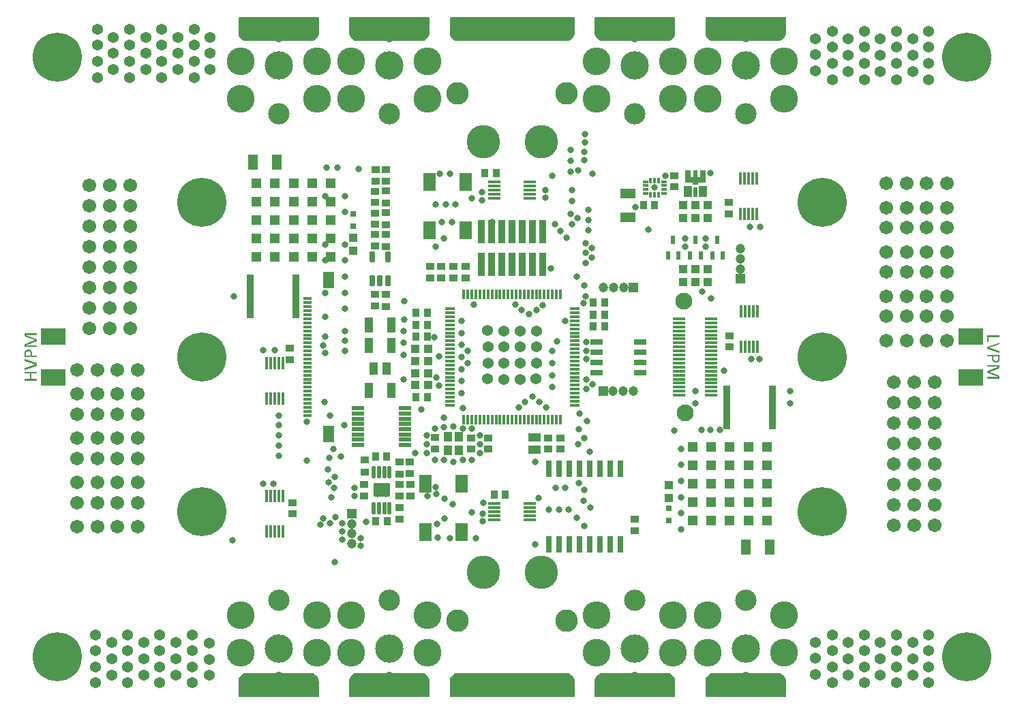
<source format=gts>
G04*
G04 #@! TF.GenerationSoftware,Altium Limited,Altium Designer,21.3.1 (25)*
G04*
G04 Layer_Color=8388736*
%FSLAX25Y25*%
%MOIN*%
G70*
G04*
G04 #@! TF.SameCoordinates,B8EFB4BC-30DA-42F7-88CE-EC59C6869F36*
G04*
G04*
G04 #@! TF.FilePolarity,Negative*
G04*
G01*
G75*
%ADD49R,0.05512X0.08268*%
%ADD54R,0.01181X0.04724*%
%ADD55R,0.04724X0.01181*%
%ADD56R,0.04331X0.04134*%
%ADD57R,0.02362X0.04331*%
%ADD58R,0.04252X0.03465*%
%ADD59R,0.03465X0.04252*%
%ADD60R,0.02756X0.01575*%
%ADD61R,0.01575X0.02756*%
%ADD62R,0.07480X0.04921*%
G04:AMPARAMS|DCode=63|XSize=65.75mil|YSize=78.35mil|CornerRadius=3.82mil|HoleSize=0mil|Usage=FLASHONLY|Rotation=270.000|XOffset=0mil|YOffset=0mil|HoleType=Round|Shape=RoundedRectangle|*
%AMROUNDEDRECTD63*
21,1,0.06575,0.07070,0,0,270.0*
21,1,0.05810,0.07835,0,0,270.0*
1,1,0.00765,-0.03535,-0.02905*
1,1,0.00765,-0.03535,0.02905*
1,1,0.00765,0.03535,0.02905*
1,1,0.00765,0.03535,-0.02905*
%
%ADD63ROUNDEDRECTD63*%
G04:AMPARAMS|DCode=64|XSize=21.65mil|YSize=57.09mil|CornerRadius=3.92mil|HoleSize=0mil|Usage=FLASHONLY|Rotation=0.000|XOffset=0mil|YOffset=0mil|HoleType=Round|Shape=RoundedRectangle|*
%AMROUNDEDRECTD64*
21,1,0.02165,0.04925,0,0,0.0*
21,1,0.01382,0.05709,0,0,0.0*
1,1,0.00784,0.00691,-0.02463*
1,1,0.00784,-0.00691,-0.02463*
1,1,0.00784,-0.00691,0.02463*
1,1,0.00784,0.00691,0.02463*
%
%ADD64ROUNDEDRECTD64*%
G04:AMPARAMS|DCode=65|XSize=29.53mil|YSize=51.18mil|CornerRadius=3.89mil|HoleSize=0mil|Usage=FLASHONLY|Rotation=180.000|XOffset=0mil|YOffset=0mil|HoleType=Round|Shape=RoundedRectangle|*
%AMROUNDEDRECTD65*
21,1,0.02953,0.04341,0,0,180.0*
21,1,0.02175,0.05118,0,0,180.0*
1,1,0.00778,-0.01088,0.02170*
1,1,0.00778,0.01088,0.02170*
1,1,0.00778,0.01088,-0.02170*
1,1,0.00778,-0.01088,-0.02170*
%
%ADD65ROUNDEDRECTD65*%
%ADD66R,0.04331X0.03740*%
%ADD67R,0.04567X0.04567*%
%ADD68R,0.04331X0.01575*%
%ADD69R,0.03150X0.03150*%
%ADD70R,0.04921X0.07480*%
%ADD71R,0.03583X0.21693*%
%ADD72R,0.04331X0.05118*%
%ADD73R,0.04134X0.04331*%
%ADD74R,0.04567X0.04567*%
%ADD75R,0.02756X0.01378*%
%ADD76R,0.03937X0.05709*%
%ADD77R,0.02362X0.04528*%
%ADD78R,0.02756X0.03543*%
%ADD79R,0.02362X0.03543*%
%ADD80R,0.10236X0.02953*%
%ADD81R,0.06398X0.02953*%
%ADD82R,0.06201X0.02165*%
%ADD83R,0.03150X0.07972*%
%ADD84R,0.12008X0.08346*%
%ADD85R,0.04409X0.06181*%
%ADD86R,0.04409X0.07559*%
%ADD87R,0.06181X0.04409*%
%ADD88R,0.05906X0.08661*%
%ADD89R,0.01575X0.05906*%
%ADD90R,0.05906X0.01575*%
%ADD91R,0.03307X0.11378*%
%ADD92R,0.06299X0.01575*%
%ADD93C,0.04724*%
%ADD94R,0.04724X0.04724*%
%ADD95R,0.04724X0.04724*%
%ADD96C,0.06713*%
%ADD97C,0.16339*%
%ADD98C,0.11024*%
%ADD99C,0.08268*%
%ADD100C,0.03543*%
%ADD101C,0.13622*%
%ADD102C,0.13858*%
%ADD103C,0.10433*%
%ADD104C,0.03150*%
%ADD105C,0.05394*%
%ADD106C,0.24016*%
G36*
X143700Y11811D02*
X144076Y11772D01*
X144802Y11567D01*
X145483Y11242D01*
X146099Y10806D01*
X146633Y10273D01*
X147068Y9657D01*
X147393Y8975D01*
X147574Y8333D01*
X147637Y7875D01*
X147637Y7874D01*
X147637D01*
X147637Y7874D01*
X147638Y354D01*
X147284Y-0D01*
X108620D01*
X108267Y354D01*
X108267Y7874D01*
X108304Y8250D01*
X108505Y8979D01*
X108828Y9662D01*
X109264Y10280D01*
X109798Y10814D01*
X110416Y11250D01*
X111100Y11573D01*
X111828Y11774D01*
X112204Y11811D01*
X112204Y11811D01*
X143700Y11811D01*
D02*
G37*
G36*
X197834D02*
X198209Y11772D01*
X198936Y11567D01*
X199617Y11242D01*
X200233Y10806D01*
X200766Y10273D01*
X201202Y9657D01*
X201527Y8975D01*
X201708Y8333D01*
X201771Y7875D01*
X201771Y7874D01*
X201771D01*
X201771Y7874D01*
X201772Y354D01*
X201418Y-0D01*
X162754D01*
X162401Y354D01*
X162401Y7874D01*
X162438Y8250D01*
X162639Y8979D01*
X162962Y9662D01*
X163398Y10280D01*
X163932Y10814D01*
X164550Y11250D01*
X165233Y11573D01*
X165962Y11774D01*
X166338Y11811D01*
X166338Y11811D01*
X197834Y11811D01*
D02*
G37*
G36*
X268700Y11811D02*
Y11811D01*
X268701Y11811D01*
X269159Y11748D01*
X269802Y11567D01*
X270483Y11242D01*
X271099Y10806D01*
X271633Y10273D01*
X272068Y9657D01*
X272393Y8975D01*
X272598Y8249D01*
X272637Y7874D01*
X272638Y354D01*
X272284Y0D01*
X211968D01*
X211614Y354D01*
X211615Y7874D01*
X211615Y7874D01*
X211679Y8348D01*
X211853Y8979D01*
X212176Y9662D01*
X212611Y10280D01*
X213146Y10814D01*
X213764Y11250D01*
X214447Y11573D01*
X215176Y11774D01*
X215552Y11811D01*
X247048Y11811D01*
X247048Y11811D01*
X247048Y11811D01*
X247048D01*
X247048Y11811D01*
X247511Y11811D01*
X268700Y11811D01*
X268700Y11811D01*
D02*
G37*
G36*
X317913Y11811D02*
X318288Y11772D01*
X319014Y11567D01*
X319695Y11242D01*
X320312Y10806D01*
X320845Y10273D01*
X321281Y9657D01*
X321606Y8975D01*
X321787Y8333D01*
X321850Y7875D01*
X321850Y7874D01*
X321850D01*
X321850Y7874D01*
X321850Y354D01*
X321497Y-0D01*
X282833D01*
X282479Y354D01*
X282480Y7874D01*
X282517Y8250D01*
X282718Y8979D01*
X283041Y9662D01*
X283476Y10280D01*
X284011Y10814D01*
X284629Y11250D01*
X285312Y11573D01*
X286041Y11774D01*
X286417Y11811D01*
X286417Y11811D01*
X317913Y11811D01*
D02*
G37*
G36*
X372047Y11811D02*
X372422Y11772D01*
X373148Y11567D01*
X373829Y11242D01*
X374446Y10806D01*
X374979Y10273D01*
X375415Y9657D01*
X375739Y8975D01*
X375921Y8333D01*
X375984Y7875D01*
X375984Y7874D01*
X375984D01*
X375984Y7874D01*
X375984Y354D01*
X375631Y0D01*
X336967D01*
X336613Y354D01*
X336614Y7874D01*
X336651Y8250D01*
X336852Y8979D01*
X337175Y9662D01*
X337610Y10280D01*
X338145Y10814D01*
X338763Y11250D01*
X339446Y11573D01*
X340175Y11774D01*
X340551Y11811D01*
X340551Y11811D01*
X372047Y11811D01*
D02*
G37*
G36*
X147639Y332324D02*
X147638Y324803D01*
X147601Y324427D01*
X147400Y323698D01*
X147077Y323015D01*
X146642Y322397D01*
X146107Y321863D01*
X145489Y321427D01*
X144806Y321104D01*
X144077Y320903D01*
X143701Y320866D01*
X143701Y320866D01*
X112205D01*
X111830Y320906D01*
X111104Y321110D01*
X110423Y321435D01*
X109806Y321871D01*
X109273Y322404D01*
X108837Y323021D01*
X108512Y323702D01*
X108334Y324335D01*
X108268Y324802D01*
X108268Y324803D01*
X108268D01*
X108268Y324803D01*
X108268Y332324D01*
X108621Y332677D01*
X147285D01*
X147639Y332324D01*
D02*
G37*
G36*
X201773D02*
X201772Y324803D01*
X201735Y324427D01*
X201534Y323698D01*
X201211Y323015D01*
X200776Y322397D01*
X200241Y321863D01*
X199623Y321427D01*
X198940Y321104D01*
X198211Y320903D01*
X197835Y320866D01*
X197835Y320866D01*
X166339D01*
X165964Y320906D01*
X165238Y321110D01*
X164557Y321435D01*
X163940Y321871D01*
X163407Y322404D01*
X162971Y323021D01*
X162646Y323702D01*
X162468Y324335D01*
X162402Y324802D01*
X162402Y324803D01*
X162402D01*
X162402Y324803D01*
X162402Y332324D01*
X162755Y332677D01*
X201419D01*
X201773Y332324D01*
D02*
G37*
G36*
X272638Y332324D02*
X272637Y324803D01*
X272637D01*
X272600Y324427D01*
X272399Y323698D01*
X272076Y323015D01*
X271641Y322397D01*
X271106Y321863D01*
X270488Y321427D01*
X269805Y321104D01*
X269076Y320903D01*
X268700Y320866D01*
X237204Y320866D01*
Y320866D01*
X237204Y320866D01*
X236704Y320866D01*
X215552Y320866D01*
Y320866D01*
X215176Y320906D01*
X214450Y321110D01*
X213769Y321435D01*
X213153Y321871D01*
X212619Y322404D01*
X212184Y323021D01*
X211859Y323702D01*
X211654Y324428D01*
X211615Y324803D01*
X211614Y332324D01*
X211968Y332677D01*
X272284D01*
X272638Y332324D01*
D02*
G37*
G36*
X321851Y332324D02*
X321851Y324803D01*
X321814Y324427D01*
X321613Y323698D01*
X321290Y323015D01*
X320854Y322397D01*
X320320Y321863D01*
X319702Y321427D01*
X319019Y321104D01*
X318290Y320903D01*
X317914Y320866D01*
X317914Y320866D01*
X286418D01*
X286043Y320906D01*
X285316Y321110D01*
X284635Y321435D01*
X284019Y321871D01*
X283486Y322404D01*
X283050Y323021D01*
X282725Y323702D01*
X282546Y324335D01*
X282481Y324802D01*
X282481Y324803D01*
X282481D01*
X282481Y324803D01*
X282480Y332324D01*
X282834Y332677D01*
X321498D01*
X321851Y332324D01*
D02*
G37*
G36*
X375985D02*
X375985Y324803D01*
X375948Y324427D01*
X375746Y323698D01*
X375424Y323015D01*
X374988Y322397D01*
X374454Y321863D01*
X373836Y321427D01*
X373152Y321104D01*
X372424Y320903D01*
X372048Y320866D01*
X372048Y320866D01*
X340552D01*
X340176Y320906D01*
X339450Y321110D01*
X338769Y321435D01*
X338153Y321871D01*
X337619Y322404D01*
X337184Y323021D01*
X336859Y323702D01*
X336680Y324335D01*
X336615Y324802D01*
X336615Y324803D01*
X336615D01*
X336615Y324803D01*
X336614Y332324D01*
X336968Y332677D01*
X375632D01*
X375985Y332324D01*
D02*
G37*
G36*
X480484Y176926D02*
X480491Y176920D01*
X480504Y176913D01*
X480517Y176887D01*
X480530Y176861D01*
X480537Y176854D01*
X480543Y176821D01*
X480550Y176782D01*
X480563Y176730D01*
Y176716D01*
X480569Y176677D01*
X480576Y176611D01*
Y176467D01*
X480569Y176402D01*
X480563Y176343D01*
Y176329D01*
X480556Y176297D01*
X480543Y176257D01*
X480530Y176218D01*
Y176211D01*
X480517Y176192D01*
X480504Y176165D01*
X480484Y176146D01*
X480478Y176139D01*
X480464Y176133D01*
X480445Y176126D01*
X480418D01*
X475138D01*
Y173915D01*
X475125Y173889D01*
X475111Y173870D01*
X475105Y173863D01*
X475098Y173850D01*
X475079Y173830D01*
X475052Y173817D01*
X475046Y173810D01*
X475026Y173804D01*
X474993Y173791D01*
X474947Y173784D01*
X474934D01*
X474901Y173778D01*
X474849Y173771D01*
X474783D01*
X474777D01*
X474770D01*
X474731D01*
X474678Y173778D01*
X474626Y173784D01*
X474619D01*
X474593Y173791D01*
X474554Y173797D01*
X474521Y173817D01*
X474514Y173823D01*
X474495Y173830D01*
X474475Y173850D01*
X474455Y173870D01*
Y173876D01*
X474449Y173889D01*
X474442Y173909D01*
X474436Y173942D01*
Y176657D01*
X474442Y176677D01*
Y176703D01*
X474469Y176776D01*
X474482Y176808D01*
X474508Y176848D01*
X474514Y176854D01*
X474521Y176861D01*
X474541Y176874D01*
X474567Y176894D01*
X474600Y176913D01*
X474646Y176926D01*
X474698Y176933D01*
X474764Y176939D01*
X480418D01*
X480425D01*
X480445D01*
X480484Y176926D01*
D02*
G37*
G36*
X480464Y173522D02*
X480497Y173509D01*
X480523Y173489D01*
X480530Y173482D01*
X480543Y173456D01*
X480556Y173410D01*
X480563Y173351D01*
Y173331D01*
X480569Y173312D01*
Y173246D01*
X480576Y173200D01*
Y173017D01*
X480569Y172951D01*
X480563Y172885D01*
Y172872D01*
X480556Y172839D01*
X480550Y172800D01*
X480537Y172767D01*
Y172761D01*
X480523Y172741D01*
X480510Y172722D01*
X480491Y172702D01*
X480484Y172695D01*
X480471Y172689D01*
X480445Y172676D01*
X480412Y172662D01*
X475269Y170904D01*
Y170898D01*
X480405Y169192D01*
X480412D01*
X480438Y169186D01*
X480464Y169173D01*
X480491Y169166D01*
X480497Y169159D01*
X480510Y169153D01*
X480523Y169127D01*
X480537Y169100D01*
X480543Y169094D01*
X480550Y169061D01*
X480556Y169022D01*
X480563Y168963D01*
Y168949D01*
X480569Y168930D01*
Y168904D01*
X480576Y168831D01*
Y168654D01*
X480569Y168576D01*
X480563Y168503D01*
Y168490D01*
X480550Y168457D01*
X480537Y168418D01*
X480517Y168392D01*
X480510Y168385D01*
X480491Y168379D01*
X480464Y168366D01*
X480418D01*
X480405D01*
X480372Y168372D01*
X480320Y168385D01*
X480254Y168412D01*
X474574Y170406D01*
X474567Y170412D01*
X474547Y170419D01*
X474521Y170439D01*
X474488Y170458D01*
X474482Y170465D01*
X474469Y170484D01*
X474455Y170511D01*
X474442Y170550D01*
Y170563D01*
X474436Y170589D01*
X474429Y170635D01*
X474423Y170701D01*
Y170714D01*
X474416Y170740D01*
Y170767D01*
X474409Y170839D01*
Y171055D01*
X474416Y171114D01*
Y171160D01*
X474423Y171206D01*
X474429Y171252D01*
Y171259D01*
X474436Y171285D01*
Y171311D01*
X474442Y171344D01*
Y171350D01*
X474449Y171370D01*
X474469Y171416D01*
X474475Y171423D01*
X474482Y171429D01*
X474514Y171462D01*
X474521D01*
X474534Y171468D01*
X474554Y171475D01*
X474580Y171488D01*
X480254Y173489D01*
X480261D01*
X480274Y173495D01*
X480313Y173509D01*
X480372Y173522D01*
X480425Y173528D01*
X480438D01*
X480464Y173522D01*
D02*
G37*
G36*
X480261Y167375D02*
X480300Y167368D01*
X480346Y167355D01*
X480392Y167342D01*
X480432Y167316D01*
X480464Y167283D01*
X480471Y167277D01*
X480478Y167263D01*
X480491Y167244D01*
X480510Y167218D01*
X480537Y167146D01*
X480543Y167106D01*
X480550Y167060D01*
Y165630D01*
X480543Y165578D01*
Y165512D01*
X480530Y165374D01*
Y165368D01*
X480523Y165341D01*
Y165302D01*
X480517Y165250D01*
X480504Y165191D01*
X480491Y165112D01*
X480478Y165033D01*
X480458Y164941D01*
Y164928D01*
X480445Y164895D01*
X480432Y164849D01*
X480412Y164784D01*
X480386Y164705D01*
X480353Y164620D01*
X480307Y164528D01*
X480254Y164436D01*
X480248Y164423D01*
X480228Y164390D01*
X480195Y164344D01*
X480156Y164285D01*
X480103Y164220D01*
X480038Y164147D01*
X479966Y164075D01*
X479887Y164003D01*
X479881Y163997D01*
X479848Y163970D01*
X479802Y163938D01*
X479743Y163898D01*
X479671Y163852D01*
X479585Y163806D01*
X479487Y163760D01*
X479382Y163721D01*
X479369Y163715D01*
X479336Y163708D01*
X479277Y163688D01*
X479198Y163669D01*
X479106Y163655D01*
X479002Y163636D01*
X478883Y163629D01*
X478759Y163623D01*
X478752D01*
X478739D01*
X478713D01*
X478680D01*
X478641Y163629D01*
X478595D01*
X478483Y163642D01*
X478359Y163662D01*
X478214Y163688D01*
X478077Y163728D01*
X477932Y163780D01*
X477926D01*
X477919Y163787D01*
X477899Y163793D01*
X477873Y163806D01*
X477801Y163846D01*
X477716Y163892D01*
X477617Y163951D01*
X477512Y164029D01*
X477407Y164115D01*
X477302Y164213D01*
X477289Y164226D01*
X477263Y164266D01*
X477217Y164325D01*
X477158Y164403D01*
X477093Y164502D01*
X477027Y164620D01*
X476961Y164751D01*
X476902Y164902D01*
Y164909D01*
X476896Y164922D01*
X476889Y164941D01*
X476883Y164974D01*
X476869Y165013D01*
X476856Y165059D01*
X476843Y165112D01*
X476837Y165177D01*
X476824Y165243D01*
X476810Y165322D01*
X476784Y165486D01*
X476771Y165676D01*
X476764Y165879D01*
Y166568D01*
X474560D01*
X474554D01*
X474534D01*
X474514Y166581D01*
X474488Y166594D01*
X474482Y166601D01*
X474475Y166607D01*
X474462Y166627D01*
X474449Y166660D01*
Y166667D01*
X474442Y166693D01*
X474436Y166732D01*
X474423Y166785D01*
Y166798D01*
X474416Y166837D01*
X474409Y166896D01*
Y167047D01*
X474416Y167113D01*
X474423Y167178D01*
Y167191D01*
X474429Y167218D01*
X474442Y167263D01*
X474449Y167303D01*
Y167309D01*
X474462Y167329D01*
X474469Y167349D01*
X474488Y167368D01*
X474495D01*
X474508Y167375D01*
X474534Y167382D01*
X474560D01*
X480195D01*
X480202D01*
X480228D01*
X480261Y167375D01*
D02*
G37*
G36*
X480248Y162376D02*
X480287Y162370D01*
X480333Y162357D01*
X480386Y162337D01*
X480425Y162311D01*
X480464Y162278D01*
X480471Y162271D01*
X480478Y162258D01*
X480491Y162239D01*
X480510Y162212D01*
X480537Y162134D01*
X480543Y162094D01*
X480550Y162048D01*
Y161491D01*
X480543Y161451D01*
X480537Y161366D01*
X480517Y161281D01*
Y161274D01*
X480510Y161261D01*
X480504Y161241D01*
X480497Y161209D01*
X480464Y161143D01*
X480425Y161077D01*
Y161071D01*
X480412Y161064D01*
X480386Y161025D01*
X480333Y160979D01*
X480267Y160933D01*
X480261D01*
X480254Y160920D01*
X480235Y160913D01*
X480208Y160900D01*
X480136Y160861D01*
X480051Y160828D01*
X475623Y159083D01*
Y159057D01*
X480038Y157246D01*
X480045D01*
X480064Y157240D01*
X480084Y157227D01*
X480117Y157214D01*
X480195Y157174D01*
X480274Y157135D01*
X480281D01*
X480294Y157122D01*
X480333Y157096D01*
X480386Y157050D01*
X480438Y156997D01*
Y156991D01*
X480451Y156984D01*
X480471Y156945D01*
X480497Y156892D01*
X480523Y156827D01*
Y156820D01*
X480530Y156807D01*
Y156794D01*
X480537Y156767D01*
X480543Y156702D01*
X480550Y156617D01*
Y156046D01*
X480537Y156000D01*
X480523Y155954D01*
X480517Y155941D01*
X480510Y155915D01*
X480491Y155882D01*
X480458Y155843D01*
X480451Y155836D01*
X480425Y155816D01*
X480386Y155790D01*
X480340Y155770D01*
X480327Y155764D01*
X480294Y155751D01*
X480241Y155744D01*
X480176Y155738D01*
X474560D01*
X474554D01*
X474534D01*
X474514Y155744D01*
X474488Y155757D01*
X474482Y155764D01*
X474475Y155770D01*
X474462Y155797D01*
X474449Y155829D01*
Y155836D01*
X474442Y155862D01*
X474436Y155902D01*
X474423Y155954D01*
Y155967D01*
X474416Y156007D01*
X474409Y156066D01*
Y156217D01*
X474416Y156275D01*
X474423Y156341D01*
Y156354D01*
X474429Y156387D01*
X474442Y156426D01*
X474449Y156472D01*
Y156479D01*
X474462Y156499D01*
X474469Y156518D01*
X474488Y156538D01*
X474495D01*
X474508Y156544D01*
X474534Y156551D01*
X474560D01*
X479881D01*
Y156564D01*
X474534Y158716D01*
X474528D01*
X474514Y158722D01*
X474475Y158755D01*
Y158762D01*
X474462Y158775D01*
X474455Y158801D01*
X474442Y158834D01*
Y158841D01*
X474436Y158867D01*
X474429Y158906D01*
X474423Y158952D01*
Y158965D01*
X474416Y158998D01*
X474409Y159044D01*
Y159169D01*
X474416Y159221D01*
X474423Y159280D01*
Y159293D01*
X474429Y159319D01*
X474436Y159359D01*
X474442Y159398D01*
Y159405D01*
X474455Y159424D01*
X474462Y159451D01*
X474482Y159470D01*
X474488Y159477D01*
X474501Y159483D01*
X474534Y159510D01*
X479881Y161569D01*
X474560D01*
X474554D01*
X474534D01*
X474514Y161576D01*
X474488Y161589D01*
X474482Y161596D01*
X474475Y161602D01*
X474462Y161628D01*
X474449Y161661D01*
Y161668D01*
X474442Y161694D01*
X474436Y161733D01*
X474423Y161786D01*
Y161799D01*
X474416Y161819D01*
Y161838D01*
X474409Y161904D01*
Y162055D01*
X474416Y162114D01*
X474423Y162180D01*
Y162193D01*
X474429Y162225D01*
X474442Y162265D01*
X474449Y162304D01*
Y162311D01*
X474462Y162330D01*
X474469Y162350D01*
X474488Y162370D01*
X474495D01*
X474508Y162376D01*
X474534Y162383D01*
X474560D01*
X480176D01*
X480182D01*
X480208D01*
X480248Y162376D01*
D02*
G37*
G36*
X9738Y177914D02*
X9764Y177901D01*
X9770Y177894D01*
X9777Y177887D01*
X9790Y177861D01*
X9803Y177828D01*
Y177822D01*
X9810Y177796D01*
X9816Y177756D01*
X9829Y177704D01*
Y177691D01*
X9836Y177651D01*
X9843Y177592D01*
Y177441D01*
X9836Y177382D01*
X9829Y177317D01*
Y177304D01*
X9823Y177271D01*
X9810Y177232D01*
X9803Y177185D01*
Y177179D01*
X9790Y177159D01*
X9783Y177140D01*
X9764Y177120D01*
X9757D01*
X9744Y177113D01*
X9718Y177107D01*
X9692D01*
X4372D01*
Y177094D01*
X9718Y174942D01*
X9724D01*
X9738Y174935D01*
X9777Y174903D01*
Y174896D01*
X9790Y174883D01*
X9797Y174857D01*
X9810Y174824D01*
Y174817D01*
X9816Y174791D01*
X9823Y174752D01*
X9829Y174706D01*
Y174693D01*
X9836Y174660D01*
X9843Y174614D01*
Y174489D01*
X9836Y174437D01*
X9829Y174378D01*
Y174365D01*
X9823Y174338D01*
X9816Y174299D01*
X9810Y174260D01*
Y174253D01*
X9797Y174233D01*
X9790Y174207D01*
X9770Y174188D01*
X9764Y174181D01*
X9751Y174174D01*
X9718Y174148D01*
X4372Y172088D01*
X9692D01*
X9698D01*
X9718D01*
X9738Y172082D01*
X9764Y172069D01*
X9770Y172062D01*
X9777Y172056D01*
X9790Y172029D01*
X9803Y171997D01*
Y171990D01*
X9810Y171964D01*
X9816Y171924D01*
X9829Y171872D01*
Y171859D01*
X9836Y171839D01*
Y171819D01*
X9843Y171754D01*
Y171603D01*
X9836Y171544D01*
X9829Y171478D01*
Y171465D01*
X9823Y171432D01*
X9810Y171393D01*
X9803Y171354D01*
Y171347D01*
X9790Y171327D01*
X9783Y171308D01*
X9764Y171288D01*
X9757D01*
X9744Y171282D01*
X9718Y171275D01*
X9692D01*
X4076D01*
X4070D01*
X4044D01*
X4004Y171282D01*
X3965Y171288D01*
X3919Y171301D01*
X3866Y171321D01*
X3827Y171347D01*
X3788Y171380D01*
X3781Y171387D01*
X3774Y171400D01*
X3761Y171419D01*
X3742Y171446D01*
X3715Y171524D01*
X3709Y171564D01*
X3702Y171609D01*
Y172167D01*
X3709Y172206D01*
X3715Y172292D01*
X3735Y172377D01*
Y172384D01*
X3742Y172397D01*
X3748Y172416D01*
X3755Y172449D01*
X3788Y172515D01*
X3827Y172580D01*
Y172587D01*
X3840Y172593D01*
X3866Y172633D01*
X3919Y172679D01*
X3984Y172725D01*
X3991D01*
X3998Y172738D01*
X4017Y172744D01*
X4044Y172757D01*
X4116Y172797D01*
X4201Y172830D01*
X8629Y174575D01*
Y174601D01*
X4214Y176411D01*
X4208D01*
X4188Y176418D01*
X4168Y176431D01*
X4135Y176444D01*
X4057Y176484D01*
X3978Y176523D01*
X3971D01*
X3958Y176536D01*
X3919Y176562D01*
X3866Y176608D01*
X3814Y176661D01*
Y176667D01*
X3801Y176674D01*
X3781Y176713D01*
X3755Y176766D01*
X3729Y176831D01*
Y176838D01*
X3722Y176851D01*
Y176864D01*
X3715Y176890D01*
X3709Y176956D01*
X3702Y177041D01*
Y177612D01*
X3715Y177658D01*
X3729Y177704D01*
X3735Y177717D01*
X3742Y177743D01*
X3761Y177776D01*
X3794Y177815D01*
X3801Y177822D01*
X3827Y177841D01*
X3866Y177868D01*
X3912Y177887D01*
X3925Y177894D01*
X3958Y177907D01*
X4011Y177914D01*
X4076Y177920D01*
X9692D01*
X9698D01*
X9718D01*
X9738Y177914D01*
D02*
G37*
G36*
X5611Y170029D02*
X5657D01*
X5769Y170016D01*
X5893Y169996D01*
X6038Y169969D01*
X6176Y169930D01*
X6320Y169878D01*
X6326D01*
X6333Y169871D01*
X6353Y169865D01*
X6379Y169852D01*
X6451Y169812D01*
X6536Y169766D01*
X6635Y169707D01*
X6740Y169628D01*
X6845Y169543D01*
X6950Y169445D01*
X6963Y169432D01*
X6989Y169392D01*
X7035Y169333D01*
X7094Y169255D01*
X7159Y169156D01*
X7225Y169038D01*
X7291Y168907D01*
X7350Y168756D01*
Y168749D01*
X7356Y168736D01*
X7363Y168717D01*
X7369Y168684D01*
X7383Y168644D01*
X7396Y168598D01*
X7409Y168546D01*
X7415Y168480D01*
X7428Y168415D01*
X7442Y168336D01*
X7468Y168172D01*
X7481Y167982D01*
X7487Y167779D01*
Y167090D01*
X9692D01*
X9698D01*
X9718D01*
X9738Y167077D01*
X9764Y167063D01*
X9770Y167057D01*
X9777Y167050D01*
X9790Y167031D01*
X9803Y166998D01*
Y166991D01*
X9810Y166965D01*
X9816Y166926D01*
X9829Y166873D01*
Y166860D01*
X9836Y166821D01*
X9843Y166762D01*
Y166611D01*
X9836Y166545D01*
X9829Y166480D01*
Y166466D01*
X9823Y166440D01*
X9810Y166394D01*
X9803Y166355D01*
Y166348D01*
X9790Y166329D01*
X9783Y166309D01*
X9764Y166289D01*
X9757D01*
X9744Y166283D01*
X9718Y166276D01*
X9692D01*
X4057D01*
X4050D01*
X4024D01*
X3991Y166283D01*
X3952Y166289D01*
X3906Y166303D01*
X3860Y166316D01*
X3820Y166342D01*
X3788Y166375D01*
X3781Y166381D01*
X3774Y166394D01*
X3761Y166414D01*
X3742Y166440D01*
X3715Y166512D01*
X3709Y166552D01*
X3702Y166598D01*
Y168028D01*
X3709Y168080D01*
Y168146D01*
X3722Y168284D01*
Y168290D01*
X3729Y168316D01*
Y168356D01*
X3735Y168408D01*
X3748Y168467D01*
X3761Y168546D01*
X3774Y168625D01*
X3794Y168717D01*
Y168730D01*
X3807Y168763D01*
X3820Y168808D01*
X3840Y168874D01*
X3866Y168953D01*
X3899Y169038D01*
X3945Y169130D01*
X3998Y169222D01*
X4004Y169235D01*
X4024Y169268D01*
X4057Y169314D01*
X4096Y169373D01*
X4148Y169438D01*
X4214Y169510D01*
X4286Y169582D01*
X4365Y169655D01*
X4372Y169661D01*
X4404Y169687D01*
X4450Y169720D01*
X4509Y169760D01*
X4581Y169806D01*
X4667Y169852D01*
X4765Y169897D01*
X4870Y169937D01*
X4883Y169943D01*
X4916Y169950D01*
X4975Y169969D01*
X5054Y169989D01*
X5146Y170002D01*
X5251Y170022D01*
X5369Y170029D01*
X5493Y170035D01*
X5500D01*
X5513D01*
X5539D01*
X5572D01*
X5611Y170029D01*
D02*
G37*
G36*
X3880Y165286D02*
X3932Y165273D01*
X3998Y165246D01*
X9679Y163252D01*
X9685Y163245D01*
X9705Y163239D01*
X9731Y163219D01*
X9764Y163200D01*
X9770Y163193D01*
X9783Y163173D01*
X9797Y163147D01*
X9810Y163108D01*
Y163095D01*
X9816Y163068D01*
X9823Y163022D01*
X9829Y162957D01*
Y162944D01*
X9836Y162917D01*
Y162891D01*
X9843Y162819D01*
Y162603D01*
X9836Y162544D01*
Y162498D01*
X9829Y162452D01*
X9823Y162406D01*
Y162399D01*
X9816Y162373D01*
Y162347D01*
X9810Y162314D01*
Y162308D01*
X9803Y162288D01*
X9783Y162242D01*
X9777Y162235D01*
X9770Y162229D01*
X9738Y162196D01*
X9731D01*
X9718Y162189D01*
X9698Y162183D01*
X9672Y162170D01*
X3998Y160169D01*
X3991D01*
X3978Y160162D01*
X3938Y160149D01*
X3880Y160136D01*
X3827Y160129D01*
X3814D01*
X3788Y160136D01*
X3755Y160149D01*
X3729Y160169D01*
X3722Y160176D01*
X3709Y160202D01*
X3696Y160248D01*
X3689Y160307D01*
Y160326D01*
X3683Y160346D01*
Y160412D01*
X3676Y160458D01*
Y160641D01*
X3683Y160707D01*
X3689Y160772D01*
Y160785D01*
X3696Y160818D01*
X3702Y160858D01*
X3715Y160890D01*
Y160897D01*
X3729Y160917D01*
X3742Y160936D01*
X3761Y160956D01*
X3768Y160963D01*
X3781Y160969D01*
X3807Y160982D01*
X3840Y160995D01*
X8983Y162753D01*
Y162760D01*
X3847Y164466D01*
X3840D01*
X3814Y164472D01*
X3788Y164485D01*
X3761Y164492D01*
X3755Y164498D01*
X3742Y164505D01*
X3729Y164531D01*
X3715Y164558D01*
X3709Y164564D01*
X3702Y164597D01*
X3696Y164636D01*
X3689Y164695D01*
Y164708D01*
X3683Y164728D01*
Y164754D01*
X3676Y164827D01*
Y165004D01*
X3683Y165082D01*
X3689Y165155D01*
Y165168D01*
X3702Y165200D01*
X3715Y165240D01*
X3735Y165266D01*
X3742Y165273D01*
X3761Y165279D01*
X3788Y165292D01*
X3834D01*
X3847D01*
X3880Y165286D01*
D02*
G37*
G36*
X9738Y159152D02*
X9764Y159139D01*
X9770Y159132D01*
X9777Y159126D01*
X9790Y159100D01*
X9803Y159067D01*
Y159060D01*
X9810Y159034D01*
X9816Y158995D01*
X9829Y158942D01*
Y158929D01*
X9836Y158890D01*
X9843Y158831D01*
Y158686D01*
X9836Y158621D01*
X9829Y158555D01*
Y158542D01*
X9823Y158516D01*
X9810Y158470D01*
X9803Y158431D01*
Y158424D01*
X9790Y158404D01*
X9783Y158385D01*
X9764Y158365D01*
X9757D01*
X9744Y158358D01*
X9718Y158352D01*
X9692D01*
X6982D01*
Y155570D01*
X9692D01*
X9698D01*
X9718D01*
X9738Y155564D01*
X9764Y155551D01*
X9770Y155544D01*
X9777Y155537D01*
X9790Y155511D01*
X9803Y155479D01*
Y155472D01*
X9810Y155446D01*
X9816Y155406D01*
X9829Y155354D01*
Y155341D01*
X9836Y155301D01*
X9843Y155242D01*
Y155098D01*
X9836Y155032D01*
X9829Y154967D01*
Y154954D01*
X9823Y154921D01*
X9810Y154882D01*
X9803Y154836D01*
Y154829D01*
X9790Y154809D01*
X9783Y154790D01*
X9764Y154770D01*
X9757D01*
X9744Y154763D01*
X9718Y154757D01*
X9692D01*
X3834D01*
X3827D01*
X3807D01*
X3768Y154770D01*
X3761Y154777D01*
X3748Y154783D01*
X3735Y154809D01*
X3722Y154836D01*
X3715Y154842D01*
X3709Y154875D01*
X3702Y154914D01*
X3689Y154967D01*
Y154980D01*
X3683Y155019D01*
X3676Y155085D01*
Y155229D01*
X3683Y155295D01*
X3689Y155354D01*
Y155367D01*
X3696Y155400D01*
X3709Y155439D01*
X3722Y155479D01*
Y155485D01*
X3735Y155505D01*
X3748Y155531D01*
X3768Y155551D01*
X3774Y155557D01*
X3788Y155564D01*
X3807Y155570D01*
X3834D01*
X6274D01*
Y158352D01*
X3834D01*
X3827D01*
X3807D01*
X3768Y158365D01*
X3761Y158371D01*
X3748Y158378D01*
X3735Y158404D01*
X3722Y158431D01*
X3715Y158437D01*
X3709Y158463D01*
X3702Y158503D01*
X3689Y158555D01*
Y158568D01*
X3683Y158608D01*
X3676Y158673D01*
Y158818D01*
X3683Y158883D01*
X3689Y158942D01*
Y158955D01*
X3696Y158988D01*
X3709Y159028D01*
X3722Y159067D01*
Y159073D01*
X3735Y159093D01*
X3748Y159119D01*
X3768Y159139D01*
X3774Y159145D01*
X3788Y159152D01*
X3807Y159159D01*
X3834D01*
X9692D01*
X9698D01*
X9718D01*
X9738Y159152D01*
D02*
G37*
%LPC*%
G36*
X479881Y166568D02*
X477434D01*
Y165774D01*
X477440Y165709D01*
X477447Y165623D01*
X477453Y165525D01*
X477473Y165420D01*
X477493Y165322D01*
X477526Y165223D01*
X477532Y165210D01*
X477545Y165184D01*
X477565Y165138D01*
X477591Y165079D01*
X477630Y165020D01*
X477670Y164948D01*
X477722Y164882D01*
X477781Y164817D01*
X477788Y164810D01*
X477814Y164790D01*
X477847Y164758D01*
X477893Y164718D01*
X477952Y164679D01*
X478024Y164639D01*
X478096Y164594D01*
X478182Y164561D01*
X478195Y164554D01*
X478221Y164548D01*
X478273Y164535D01*
X478332Y164515D01*
X478411Y164502D01*
X478496Y164489D01*
X478595Y164482D01*
X478693Y164476D01*
X478700D01*
X478713D01*
X478732D01*
X478759D01*
X478824Y164482D01*
X478910Y164495D01*
X479008Y164508D01*
X479113Y164535D01*
X479218Y164574D01*
X479316Y164620D01*
X479329Y164626D01*
X479356Y164646D01*
X479402Y164672D01*
X479454Y164712D01*
X479513Y164764D01*
X479579Y164823D01*
X479631Y164895D01*
X479684Y164968D01*
X479690Y164974D01*
X479703Y165000D01*
X479723Y165046D01*
X479749Y165099D01*
X479775Y165158D01*
X479802Y165230D01*
X479828Y165309D01*
X479841Y165394D01*
Y165401D01*
X479848Y165433D01*
X479854Y165473D01*
X479861Y165525D01*
X479867Y165591D01*
X479874Y165663D01*
X479881Y165820D01*
Y166568D01*
D02*
G37*
G36*
X5559Y169182D02*
X5552D01*
X5539D01*
X5520D01*
X5493D01*
X5428Y169176D01*
X5342Y169163D01*
X5244Y169149D01*
X5139Y169123D01*
X5034Y169084D01*
X4936Y169038D01*
X4922Y169032D01*
X4896Y169012D01*
X4850Y168985D01*
X4798Y168946D01*
X4739Y168894D01*
X4673Y168835D01*
X4621Y168763D01*
X4568Y168690D01*
X4562Y168684D01*
X4549Y168658D01*
X4529Y168612D01*
X4503Y168559D01*
X4476Y168500D01*
X4450Y168428D01*
X4424Y168349D01*
X4411Y168264D01*
Y168257D01*
X4404Y168225D01*
X4398Y168185D01*
X4391Y168133D01*
X4385Y168067D01*
X4378Y167995D01*
X4372Y167838D01*
Y167090D01*
X6818D01*
Y167884D01*
X6812Y167949D01*
X6805Y168034D01*
X6799Y168133D01*
X6779Y168238D01*
X6759Y168336D01*
X6726Y168435D01*
X6720Y168448D01*
X6707Y168474D01*
X6687Y168520D01*
X6661Y168579D01*
X6622Y168638D01*
X6582Y168710D01*
X6530Y168776D01*
X6471Y168841D01*
X6464Y168848D01*
X6438Y168868D01*
X6405Y168900D01*
X6359Y168940D01*
X6300Y168979D01*
X6228Y169018D01*
X6156Y169064D01*
X6070Y169097D01*
X6057Y169104D01*
X6031Y169110D01*
X5979Y169123D01*
X5920Y169143D01*
X5841Y169156D01*
X5756Y169169D01*
X5657Y169176D01*
X5559Y169182D01*
D02*
G37*
%LPD*%
D49*
X152559Y203937D02*
D03*
Y128740D02*
D03*
D54*
X218504Y196850D02*
D03*
X220472D02*
D03*
X222441D02*
D03*
X224410D02*
D03*
X226378D02*
D03*
X228346D02*
D03*
X230315D02*
D03*
X232283D02*
D03*
X234252D02*
D03*
X236221D02*
D03*
X238189D02*
D03*
X240158D02*
D03*
X242126D02*
D03*
X244094D02*
D03*
X246063D02*
D03*
X248031D02*
D03*
X250000D02*
D03*
X251969D02*
D03*
X253937D02*
D03*
X255906D02*
D03*
X257874D02*
D03*
X259842D02*
D03*
X261811D02*
D03*
X263779D02*
D03*
X265748D02*
D03*
Y135827D02*
D03*
X263779D02*
D03*
X261811D02*
D03*
X259842D02*
D03*
X257874D02*
D03*
X255906D02*
D03*
X253937D02*
D03*
X251969D02*
D03*
X250000D02*
D03*
X248031D02*
D03*
X246063D02*
D03*
X244094D02*
D03*
X242126D02*
D03*
X240158D02*
D03*
X238189D02*
D03*
X236221D02*
D03*
X234252D02*
D03*
X232283D02*
D03*
X230315D02*
D03*
X228346D02*
D03*
X226378D02*
D03*
X224410D02*
D03*
X222441D02*
D03*
X220472D02*
D03*
X218504D02*
D03*
D55*
X272638Y189961D02*
D03*
Y187992D02*
D03*
Y186024D02*
D03*
Y184055D02*
D03*
Y182087D02*
D03*
Y180118D02*
D03*
Y178150D02*
D03*
Y176181D02*
D03*
Y174213D02*
D03*
Y172244D02*
D03*
Y170276D02*
D03*
Y168307D02*
D03*
Y166339D02*
D03*
Y164370D02*
D03*
Y162402D02*
D03*
Y160433D02*
D03*
Y158465D02*
D03*
Y156496D02*
D03*
Y154528D02*
D03*
Y152559D02*
D03*
Y150591D02*
D03*
Y148622D02*
D03*
Y146653D02*
D03*
Y144685D02*
D03*
Y142717D02*
D03*
X211614D02*
D03*
Y144685D02*
D03*
Y146653D02*
D03*
Y148622D02*
D03*
Y150591D02*
D03*
Y152559D02*
D03*
Y154528D02*
D03*
Y156496D02*
D03*
Y158465D02*
D03*
Y160433D02*
D03*
Y162402D02*
D03*
Y164370D02*
D03*
Y166339D02*
D03*
Y168307D02*
D03*
Y170276D02*
D03*
Y172244D02*
D03*
Y174213D02*
D03*
Y176181D02*
D03*
Y178150D02*
D03*
Y180118D02*
D03*
Y182087D02*
D03*
Y184055D02*
D03*
Y186024D02*
D03*
Y187992D02*
D03*
Y189961D02*
D03*
D56*
X331693Y209252D02*
D03*
Y202953D02*
D03*
X337598Y209252D02*
D03*
Y202953D02*
D03*
X325787Y209252D02*
D03*
Y202953D02*
D03*
X164567Y224803D02*
D03*
Y218504D02*
D03*
X318898Y103543D02*
D03*
Y97244D02*
D03*
X325787Y240748D02*
D03*
Y234449D02*
D03*
X337598Y240748D02*
D03*
Y234449D02*
D03*
X331693Y240748D02*
D03*
Y234449D02*
D03*
D57*
X331693Y223819D02*
D03*
X334252Y215945D02*
D03*
X329134D02*
D03*
X342520Y223819D02*
D03*
X345079Y215945D02*
D03*
X339961D02*
D03*
X320866Y223819D02*
D03*
X323425Y215945D02*
D03*
X318307D02*
D03*
D58*
X348433Y171236D02*
D03*
Y176748D02*
D03*
X133268Y170571D02*
D03*
Y165059D02*
D03*
X134646Y89567D02*
D03*
Y95079D02*
D03*
X347933Y236417D02*
D03*
Y241929D02*
D03*
X321260Y255118D02*
D03*
Y249606D02*
D03*
X187008Y87008D02*
D03*
Y92520D02*
D03*
X192226Y109355D02*
D03*
Y114867D02*
D03*
X175197Y241929D02*
D03*
Y247441D02*
D03*
Y231299D02*
D03*
Y236811D02*
D03*
Y220669D02*
D03*
Y226181D02*
D03*
X175296Y257977D02*
D03*
Y252465D02*
D03*
X175197Y191339D02*
D03*
Y196850D02*
D03*
X301969Y81496D02*
D03*
Y87008D02*
D03*
X265748Y121260D02*
D03*
Y126772D02*
D03*
X230315Y121260D02*
D03*
Y126772D02*
D03*
X222244Y126772D02*
D03*
Y121260D02*
D03*
X204528Y121457D02*
D03*
Y126969D02*
D03*
X259842Y121260D02*
D03*
Y126772D02*
D03*
X201969Y205118D02*
D03*
Y210630D02*
D03*
D59*
X233366Y99016D02*
D03*
X238878D02*
D03*
X234252Y256201D02*
D03*
X228740D02*
D03*
X311811Y240551D02*
D03*
X306299D02*
D03*
X181003Y85921D02*
D03*
X175491D02*
D03*
X281890Y181496D02*
D03*
X287402D02*
D03*
X175394Y117520D02*
D03*
X180905D02*
D03*
X195079Y187992D02*
D03*
X200591D02*
D03*
X195079Y182087D02*
D03*
X200591D02*
D03*
X195079Y176181D02*
D03*
X200591D02*
D03*
X287402Y187008D02*
D03*
X281890D02*
D03*
X287402Y192913D02*
D03*
X281890D02*
D03*
X195079Y146653D02*
D03*
X200591D02*
D03*
D60*
X307283Y252165D02*
D03*
Y250197D02*
D03*
Y248228D02*
D03*
Y246260D02*
D03*
X316339D02*
D03*
Y248228D02*
D03*
Y250197D02*
D03*
Y252165D02*
D03*
D61*
X309842Y245669D02*
D03*
X311811D02*
D03*
X313779D02*
D03*
Y252756D02*
D03*
X311811D02*
D03*
X309842D02*
D03*
D62*
X298819Y234646D02*
D03*
Y246457D02*
D03*
D63*
X178347Y101181D02*
D03*
D64*
X182185Y109941D02*
D03*
Y92421D02*
D03*
X179626Y109941D02*
D03*
X177067D02*
D03*
X179626Y92421D02*
D03*
X177067D02*
D03*
X174508D02*
D03*
Y109941D02*
D03*
D65*
X173819Y215256D02*
D03*
X181299Y203642D02*
D03*
X173819D02*
D03*
X181299Y215256D02*
D03*
X177559Y203642D02*
D03*
D66*
X192520Y104134D02*
D03*
Y98228D02*
D03*
X187008D02*
D03*
Y104134D02*
D03*
X187108Y115064D02*
D03*
Y109158D02*
D03*
X170079Y110039D02*
D03*
Y115945D02*
D03*
X169685Y98228D02*
D03*
Y104134D02*
D03*
X180415Y258174D02*
D03*
Y252268D02*
D03*
X180315Y241732D02*
D03*
Y247638D02*
D03*
Y237008D02*
D03*
Y231102D02*
D03*
Y226378D02*
D03*
Y220472D02*
D03*
Y191142D02*
D03*
Y197047D02*
D03*
X213386Y210827D02*
D03*
Y204921D02*
D03*
X219291Y210827D02*
D03*
Y204921D02*
D03*
X207480Y210827D02*
D03*
Y204921D02*
D03*
D67*
X153295Y251299D02*
D03*
Y242283D02*
D03*
Y233268D02*
D03*
Y224252D02*
D03*
Y215236D02*
D03*
X144279Y251299D02*
D03*
Y242283D02*
D03*
Y233268D02*
D03*
Y224252D02*
D03*
Y215236D02*
D03*
X135263Y251299D02*
D03*
Y242283D02*
D03*
Y233268D02*
D03*
Y224252D02*
D03*
Y215236D02*
D03*
X126247Y251299D02*
D03*
Y242283D02*
D03*
Y233268D02*
D03*
Y224252D02*
D03*
Y215236D02*
D03*
X117232Y251299D02*
D03*
Y242283D02*
D03*
Y233268D02*
D03*
Y224252D02*
D03*
Y215236D02*
D03*
D68*
X141929Y194882D02*
D03*
Y192913D02*
D03*
Y190945D02*
D03*
Y188976D02*
D03*
Y187008D02*
D03*
Y185039D02*
D03*
Y183071D02*
D03*
Y181102D02*
D03*
Y179134D02*
D03*
Y177165D02*
D03*
Y175197D02*
D03*
Y173228D02*
D03*
Y171260D02*
D03*
Y169291D02*
D03*
Y167323D02*
D03*
Y165354D02*
D03*
Y163386D02*
D03*
Y161417D02*
D03*
Y159449D02*
D03*
Y157480D02*
D03*
Y155512D02*
D03*
Y153543D02*
D03*
Y151575D02*
D03*
Y149606D02*
D03*
Y147638D02*
D03*
Y145669D02*
D03*
Y143701D02*
D03*
Y141732D02*
D03*
Y139764D02*
D03*
Y137795D02*
D03*
D69*
X164567Y230512D02*
D03*
Y236417D02*
D03*
X318898Y86417D02*
D03*
Y92323D02*
D03*
D70*
X127165Y261811D02*
D03*
X115354D02*
D03*
X356299Y73228D02*
D03*
X368110D02*
D03*
D71*
X114042Y195866D02*
D03*
X136484D02*
D03*
X369488Y141732D02*
D03*
X347047D02*
D03*
D72*
X210827Y127362D02*
D03*
Y120669D02*
D03*
X215945D02*
D03*
Y127362D02*
D03*
D73*
X200984Y152559D02*
D03*
X194685D02*
D03*
X200984Y170276D02*
D03*
X194685D02*
D03*
Y158465D02*
D03*
X200984D02*
D03*
X194685Y164370D02*
D03*
X200984D02*
D03*
D74*
X366614Y86299D02*
D03*
X357598D02*
D03*
X348583D02*
D03*
X339567D02*
D03*
X330551D02*
D03*
X366614Y95315D02*
D03*
X357598D02*
D03*
X348583D02*
D03*
X339567D02*
D03*
X330551D02*
D03*
X366614Y104331D02*
D03*
X357598D02*
D03*
X348583D02*
D03*
X339567D02*
D03*
X330551D02*
D03*
X366614Y113347D02*
D03*
X357598D02*
D03*
X348583D02*
D03*
X339567D02*
D03*
X330551D02*
D03*
X366614Y122362D02*
D03*
X357598D02*
D03*
X348583D02*
D03*
X339567D02*
D03*
X330551D02*
D03*
D75*
X331693Y251378D02*
D03*
D76*
X335433Y247445D02*
D03*
X327953D02*
D03*
D77*
X331693Y246854D02*
D03*
D78*
X327953Y256004D02*
D03*
X335433D02*
D03*
D79*
X331693D02*
D03*
D80*
Y253150D02*
D03*
D81*
X283417Y173642D02*
D03*
Y168642D02*
D03*
Y163642D02*
D03*
Y158642D02*
D03*
X304772D02*
D03*
Y163642D02*
D03*
Y168642D02*
D03*
Y173642D02*
D03*
D82*
X166779Y123327D02*
D03*
Y125886D02*
D03*
Y128445D02*
D03*
Y131004D02*
D03*
Y133563D02*
D03*
Y136122D02*
D03*
Y138681D02*
D03*
Y141240D02*
D03*
X189913D02*
D03*
Y138681D02*
D03*
Y136122D02*
D03*
Y133563D02*
D03*
Y131004D02*
D03*
Y128445D02*
D03*
Y125886D02*
D03*
Y123327D02*
D03*
D83*
X295197Y111811D02*
D03*
X290197D02*
D03*
X285197D02*
D03*
X280197D02*
D03*
X275197D02*
D03*
X270197D02*
D03*
X265197D02*
D03*
X260197D02*
D03*
Y74709D02*
D03*
X265197D02*
D03*
X270197D02*
D03*
X275197D02*
D03*
X280197D02*
D03*
X285197D02*
D03*
X290197D02*
D03*
X295197D02*
D03*
D84*
X466535Y156496D02*
D03*
Y176181D02*
D03*
X17717D02*
D03*
Y156496D02*
D03*
D85*
X174409Y160630D02*
D03*
X180709D02*
D03*
D86*
X183071Y181890D02*
D03*
X172047D02*
D03*
Y172047D02*
D03*
X183071D02*
D03*
Y150000D02*
D03*
X172047D02*
D03*
D87*
X253150Y127165D02*
D03*
Y120866D02*
D03*
D88*
X219488Y251969D02*
D03*
Y228346D02*
D03*
X201772Y251969D02*
D03*
Y228346D02*
D03*
X217520Y104331D02*
D03*
Y80709D02*
D03*
X199803Y104331D02*
D03*
Y80709D02*
D03*
D89*
X122047Y145866D02*
D03*
X124016D02*
D03*
X125984D02*
D03*
X127953D02*
D03*
X129921D02*
D03*
Y163189D02*
D03*
X127953D02*
D03*
X125984D02*
D03*
X124016D02*
D03*
X122047D02*
D03*
Y80905D02*
D03*
X124016D02*
D03*
X125984D02*
D03*
X127953D02*
D03*
X129921D02*
D03*
Y98228D02*
D03*
X127953D02*
D03*
X125984D02*
D03*
X124016D02*
D03*
X122047D02*
D03*
X361713Y253740D02*
D03*
X359744D02*
D03*
X357776D02*
D03*
X355807D02*
D03*
X353839D02*
D03*
Y236417D02*
D03*
X355807D02*
D03*
X357776D02*
D03*
X359744D02*
D03*
X361713D02*
D03*
X362008Y171457D02*
D03*
X360039D02*
D03*
X358071D02*
D03*
X356102D02*
D03*
X354134D02*
D03*
Y188779D02*
D03*
X356102D02*
D03*
X358071D02*
D03*
X360039D02*
D03*
X362008D02*
D03*
D90*
X233465Y244094D02*
D03*
Y246063D02*
D03*
Y248031D02*
D03*
Y250000D02*
D03*
Y251969D02*
D03*
X250787D02*
D03*
Y250000D02*
D03*
Y248031D02*
D03*
Y246063D02*
D03*
Y244094D02*
D03*
X233465Y86811D02*
D03*
Y88779D02*
D03*
Y90748D02*
D03*
Y92716D02*
D03*
Y94685D02*
D03*
X250787D02*
D03*
Y92716D02*
D03*
Y90748D02*
D03*
Y88779D02*
D03*
Y86811D02*
D03*
D91*
X257126Y227697D02*
D03*
Y211673D02*
D03*
X252126Y227697D02*
D03*
Y211673D02*
D03*
X247126Y227697D02*
D03*
Y211673D02*
D03*
X242126Y227697D02*
D03*
Y211673D02*
D03*
X237126Y227697D02*
D03*
Y211673D02*
D03*
X232126Y227697D02*
D03*
Y211673D02*
D03*
X227126Y227697D02*
D03*
Y211673D02*
D03*
D92*
X339469Y147638D02*
D03*
X323917D02*
D03*
X339469Y149606D02*
D03*
X323917D02*
D03*
X339469Y151575D02*
D03*
X323917D02*
D03*
X339469Y153543D02*
D03*
X323917D02*
D03*
X339469Y155512D02*
D03*
X323917D02*
D03*
X339469Y157480D02*
D03*
X323917D02*
D03*
X339469Y159449D02*
D03*
X323917D02*
D03*
X339469Y161417D02*
D03*
X323917D02*
D03*
X339469Y163386D02*
D03*
X323917D02*
D03*
X339469Y165354D02*
D03*
X323917D02*
D03*
X339469Y167323D02*
D03*
X323917D02*
D03*
X339469Y169291D02*
D03*
X323917D02*
D03*
X339469Y171260D02*
D03*
X323917D02*
D03*
X339469Y173228D02*
D03*
X323917D02*
D03*
X339469Y175197D02*
D03*
X323917D02*
D03*
X339469Y177165D02*
D03*
X323917D02*
D03*
X339469Y179134D02*
D03*
X323917D02*
D03*
X339469Y181102D02*
D03*
X323917D02*
D03*
X339469Y183071D02*
D03*
X323917D02*
D03*
X339469Y185039D02*
D03*
X323917D02*
D03*
D93*
X163779Y75000D02*
D03*
Y79921D02*
D03*
Y84842D02*
D03*
X353839Y209449D02*
D03*
Y214370D02*
D03*
Y219291D02*
D03*
X296654Y200394D02*
D03*
X291732D02*
D03*
X286811D02*
D03*
X291535Y149606D02*
D03*
X296457D02*
D03*
X301378D02*
D03*
D94*
X163779Y89764D02*
D03*
X353839Y204528D02*
D03*
D95*
X301575Y200394D02*
D03*
X286614Y149606D02*
D03*
D96*
X425197Y186221D02*
D03*
X435039D02*
D03*
X444882D02*
D03*
X454724D02*
D03*
X425197Y174409D02*
D03*
X435039D02*
D03*
X444882D02*
D03*
X454724D02*
D03*
X435039Y251181D02*
D03*
X444882D02*
D03*
X454724D02*
D03*
X444882Y239370D02*
D03*
X454724D02*
D03*
X444882Y229528D02*
D03*
X454724D02*
D03*
X444882Y217717D02*
D03*
X454724D02*
D03*
X444882Y207874D02*
D03*
X454724D02*
D03*
X444882Y196063D02*
D03*
X454724D02*
D03*
X425197Y251181D02*
D03*
Y239370D02*
D03*
Y229528D02*
D03*
Y217717D02*
D03*
Y207874D02*
D03*
Y196063D02*
D03*
X435039D02*
D03*
Y239370D02*
D03*
Y229528D02*
D03*
Y217717D02*
D03*
Y207874D02*
D03*
X438779Y154016D02*
D03*
X448779D02*
D03*
X428780D02*
D03*
Y144016D02*
D03*
X438779D02*
D03*
X448779D02*
D03*
X428780Y134016D02*
D03*
X438779D02*
D03*
X448779D02*
D03*
X428780Y124016D02*
D03*
X438779D02*
D03*
X448779D02*
D03*
X428780Y114016D02*
D03*
X438779D02*
D03*
X448779D02*
D03*
X428780Y104016D02*
D03*
X438779D02*
D03*
X448779D02*
D03*
X428780Y94016D02*
D03*
X438779D02*
D03*
X448779D02*
D03*
X428780Y84016D02*
D03*
X438779D02*
D03*
X448779D02*
D03*
X59055Y148228D02*
D03*
X49213D02*
D03*
X39370D02*
D03*
X29528D02*
D03*
X59055Y160039D02*
D03*
X49213D02*
D03*
X39370D02*
D03*
X29528D02*
D03*
X49213Y83268D02*
D03*
X39370D02*
D03*
X29528D02*
D03*
X39370Y95079D02*
D03*
X29528D02*
D03*
X39370Y104921D02*
D03*
X29528D02*
D03*
X39370Y116732D02*
D03*
X29528D02*
D03*
X39370Y126575D02*
D03*
X29528D02*
D03*
X39370Y138386D02*
D03*
X29528D02*
D03*
X59055Y83268D02*
D03*
Y95079D02*
D03*
Y104921D02*
D03*
Y116732D02*
D03*
Y126575D02*
D03*
Y138386D02*
D03*
X49213D02*
D03*
Y95079D02*
D03*
Y104921D02*
D03*
Y116732D02*
D03*
Y126575D02*
D03*
X45472Y180433D02*
D03*
X35472D02*
D03*
X55472D02*
D03*
Y190433D02*
D03*
X45472D02*
D03*
X35472D02*
D03*
X55472Y200433D02*
D03*
X45472D02*
D03*
X35472D02*
D03*
X55472Y210433D02*
D03*
X45472D02*
D03*
X35472D02*
D03*
X55472Y220433D02*
D03*
X45472D02*
D03*
X35472D02*
D03*
X55472Y230433D02*
D03*
X45472D02*
D03*
X35472D02*
D03*
X55472Y240433D02*
D03*
X45472D02*
D03*
X35472D02*
D03*
X55472Y250433D02*
D03*
X45472D02*
D03*
X35472D02*
D03*
D97*
X227953Y271654D02*
D03*
X256299D02*
D03*
Y61024D02*
D03*
X227953D02*
D03*
D98*
X268701Y295276D02*
D03*
X215551D02*
D03*
Y37402D02*
D03*
X268701D02*
D03*
D99*
X326693Y139139D02*
D03*
X326193Y193539D02*
D03*
D100*
X127953Y10827D02*
D03*
Y321850D02*
D03*
X182087D02*
D03*
X182087Y10827D02*
D03*
X356299Y321850D02*
D03*
X356299Y10827D02*
D03*
X302165Y321850D02*
D03*
X302165Y10827D02*
D03*
D101*
X146653Y21654D02*
D03*
Y40157D02*
D03*
X109252Y21654D02*
D03*
Y40157D02*
D03*
Y311024D02*
D03*
Y292520D02*
D03*
X146653Y311024D02*
D03*
Y292520D02*
D03*
X163386Y311024D02*
D03*
Y292520D02*
D03*
X200787Y311024D02*
D03*
Y292520D02*
D03*
X200787Y21654D02*
D03*
Y40157D02*
D03*
X163386Y21654D02*
D03*
Y40157D02*
D03*
X337598Y311024D02*
D03*
Y292520D02*
D03*
X375000Y311024D02*
D03*
Y292520D02*
D03*
X375000Y21654D02*
D03*
Y40157D02*
D03*
X337598Y21654D02*
D03*
Y40157D02*
D03*
X283465Y311024D02*
D03*
Y292520D02*
D03*
X320866Y311024D02*
D03*
Y292520D02*
D03*
X320866Y21654D02*
D03*
Y40157D02*
D03*
X283465Y21654D02*
D03*
Y40157D02*
D03*
D102*
X127953Y23622D02*
D03*
Y309055D02*
D03*
X182087D02*
D03*
X182087Y23622D02*
D03*
X356299Y309055D02*
D03*
X356299Y23622D02*
D03*
X302165Y309055D02*
D03*
X302165Y23622D02*
D03*
D103*
X127953Y47244D02*
D03*
Y285433D02*
D03*
X182087D02*
D03*
X182087Y47244D02*
D03*
X356299Y285433D02*
D03*
X356299Y47244D02*
D03*
X302165Y285433D02*
D03*
X302165Y47244D02*
D03*
D104*
X321260Y130315D02*
D03*
X180315Y99213D02*
D03*
X176378D02*
D03*
X178347Y102756D02*
D03*
X148425Y84252D02*
D03*
X168110Y74016D02*
D03*
Y77559D02*
D03*
X159055Y77165D02*
D03*
Y81102D02*
D03*
Y85039D02*
D03*
X160236Y133071D02*
D03*
X160433Y197835D02*
D03*
Y189961D02*
D03*
X205118Y156299D02*
D03*
X204331Y131496D02*
D03*
X208661Y131890D02*
D03*
X222441Y131496D02*
D03*
X226378Y127953D02*
D03*
X141732Y134843D02*
D03*
X213386Y132283D02*
D03*
X218110Y131496D02*
D03*
X204724Y102756D02*
D03*
X200787D02*
D03*
X229921Y121260D02*
D03*
X208661Y136811D02*
D03*
X222441Y116142D02*
D03*
X218110D02*
D03*
X206299Y152362D02*
D03*
X213386Y114961D02*
D03*
X261024Y209842D02*
D03*
X126250Y169783D02*
D03*
X120276Y169783D02*
D03*
X125515Y104406D02*
D03*
X120480Y104342D02*
D03*
X105413Y76772D02*
D03*
X363386Y229921D02*
D03*
X358268Y229942D02*
D03*
X359055Y165354D02*
D03*
X363189D02*
D03*
X339075Y256299D02*
D03*
X160433Y213583D02*
D03*
X324803Y105709D02*
D03*
X212992Y94488D02*
D03*
X209055Y96850D02*
D03*
X222260Y90251D02*
D03*
X205118Y99213D02*
D03*
X316929Y255118D02*
D03*
X274449Y257835D02*
D03*
X281323Y256079D02*
D03*
X277461Y266634D02*
D03*
X277362Y262697D02*
D03*
X270768Y262500D02*
D03*
X261611Y255121D02*
D03*
X270768Y267618D02*
D03*
X277714Y275394D02*
D03*
X277615Y271457D02*
D03*
X271260Y248031D02*
D03*
X258268Y244213D02*
D03*
X227362Y247146D02*
D03*
X271260Y242815D02*
D03*
X270669Y256890D02*
D03*
X258268Y248031D02*
D03*
X345768Y159547D02*
D03*
X227362Y243110D02*
D03*
X324803Y82087D02*
D03*
Y89961D02*
D03*
Y97835D02*
D03*
Y121457D02*
D03*
Y113583D02*
D03*
X160433Y245079D02*
D03*
Y237205D02*
D03*
X150591Y245079D02*
D03*
Y221457D02*
D03*
X160433D02*
D03*
X150591Y213583D02*
D03*
X160433Y205709D02*
D03*
X260236Y91535D02*
D03*
X254921Y97342D02*
D03*
X264961Y91535D02*
D03*
X263386Y102362D02*
D03*
X268110D02*
D03*
X227854Y86122D02*
D03*
Y89735D02*
D03*
X155636Y87953D02*
D03*
X152953Y84941D02*
D03*
X127953Y137795D02*
D03*
X158427Y117558D02*
D03*
X127953Y132874D02*
D03*
Y127953D02*
D03*
X343701Y130709D02*
D03*
X338976D02*
D03*
X334646D02*
D03*
X151969Y111417D02*
D03*
X152756Y116929D02*
D03*
X166929Y258268D02*
D03*
X164961Y98425D02*
D03*
X189269Y184747D02*
D03*
X189370Y193701D02*
D03*
X150565Y144266D02*
D03*
X153040Y137795D02*
D03*
X278346Y165354D02*
D03*
Y173622D02*
D03*
Y169291D02*
D03*
X278740Y135039D02*
D03*
X275197Y138583D02*
D03*
X274803Y104675D02*
D03*
X200787Y98425D02*
D03*
X205906Y77953D02*
D03*
X277165Y96063D02*
D03*
X279999Y120079D02*
D03*
X274420Y123640D02*
D03*
X302362Y239764D02*
D03*
X279528Y238189D02*
D03*
X308661Y228740D02*
D03*
X311811Y249213D02*
D03*
X149606Y172047D02*
D03*
X150591Y176181D02*
D03*
X160433Y169291D02*
D03*
X274016Y234252D02*
D03*
X271260Y231496D02*
D03*
X270866Y236221D02*
D03*
X281496Y153150D02*
D03*
X278543Y150591D02*
D03*
Y155512D02*
D03*
X160433Y179134D02*
D03*
Y174213D02*
D03*
X153746Y97829D02*
D03*
X164961Y102362D02*
D03*
X217520Y148622D02*
D03*
X217520Y154528D02*
D03*
X217520Y184055D02*
D03*
X217520Y178150D02*
D03*
X217520Y160433D02*
D03*
X217520Y166339D02*
D03*
X194882Y119291D02*
D03*
X150591Y197835D02*
D03*
X335039Y198425D02*
D03*
X170866Y85827D02*
D03*
X209055Y87402D02*
D03*
X205512Y84646D02*
D03*
X277953Y212513D02*
D03*
X281151Y214961D02*
D03*
X278120Y217319D02*
D03*
X277559Y201181D02*
D03*
X277440Y126792D02*
D03*
X155512Y66142D02*
D03*
X155315Y107779D02*
D03*
X226378Y123622D02*
D03*
Y119291D02*
D03*
X208661Y116142D02*
D03*
X204331D02*
D03*
X229921Y126772D02*
D03*
X200394Y127953D02*
D03*
Y123622D02*
D03*
Y119291D02*
D03*
X277165Y192520D02*
D03*
X268110Y183891D02*
D03*
X223425Y191929D02*
D03*
X127953Y118110D02*
D03*
Y123031D02*
D03*
X339567Y194882D02*
D03*
X326772Y220472D02*
D03*
X336614D02*
D03*
Y224410D02*
D03*
X326772D02*
D03*
X197835Y140748D02*
D03*
X188976Y155512D02*
D03*
Y167323D02*
D03*
Y173228D02*
D03*
Y179134D02*
D03*
X281890Y181496D02*
D03*
X274606Y130905D02*
D03*
X224410Y77756D02*
D03*
X211614D02*
D03*
X277559Y83661D02*
D03*
X273622Y87598D02*
D03*
X269685Y91535D02*
D03*
X280512Y92520D02*
D03*
X273622Y205709D02*
D03*
X279528Y228346D02*
D03*
Y233268D02*
D03*
X206693Y255906D02*
D03*
X211614D02*
D03*
X208661Y224410D02*
D03*
X212598Y232283D02*
D03*
X207677D02*
D03*
X214567Y241142D02*
D03*
X209646D02*
D03*
X204724D02*
D03*
X261811Y151575D02*
D03*
X261811Y157480D02*
D03*
X261811Y163386D02*
D03*
X261811Y169291D02*
D03*
X220472Y163386D02*
D03*
X220472Y169291D02*
D03*
X217520Y172244D02*
D03*
X150591Y186024D02*
D03*
Y168307D02*
D03*
X154637Y121457D02*
D03*
X204724Y220472D02*
D03*
X222441Y244094D02*
D03*
X232283Y232283D02*
D03*
X149606Y87402D02*
D03*
X251969Y146850D02*
D03*
X218110Y141339D02*
D03*
X227953Y94882D02*
D03*
X268898Y224803D02*
D03*
X265786Y227991D02*
D03*
X277953Y196063D02*
D03*
X156693Y259055D02*
D03*
X331693Y143701D02*
D03*
Y149606D02*
D03*
X106102Y195866D02*
D03*
X377953Y143701D02*
D03*
Y149606D02*
D03*
X151575Y259055D02*
D03*
X262992Y231496D02*
D03*
X277440Y101456D02*
D03*
X264173Y174016D02*
D03*
X141732Y115748D02*
D03*
X152362Y105118D02*
D03*
X155219Y102261D02*
D03*
X258661Y141732D02*
D03*
X281102Y219685D02*
D03*
X277953Y222047D02*
D03*
X253937Y189370D02*
D03*
X257087Y191732D02*
D03*
X250394Y187402D02*
D03*
X246850Y189509D02*
D03*
X243701Y192126D02*
D03*
X204095Y175984D02*
D03*
X206299Y166732D02*
D03*
X255512Y144488D02*
D03*
X245276Y141732D02*
D03*
X248425Y144488D02*
D03*
X253543Y114961D02*
D03*
Y74803D02*
D03*
D105*
X230062Y155559D02*
D03*
Y179181D02*
D03*
X230315Y163386D02*
D03*
Y171260D02*
D03*
X253684Y155559D02*
D03*
X253937Y179134D02*
D03*
X246063Y155512D02*
D03*
X238189D02*
D03*
X253937Y163386D02*
D03*
Y171260D02*
D03*
X246063Y179134D02*
D03*
Y163386D02*
D03*
X238189D02*
D03*
Y179134D02*
D03*
X246063Y171260D02*
D03*
X238189D02*
D03*
X437992Y26575D02*
D03*
Y18701D02*
D03*
Y10827D02*
D03*
X445866Y30512D02*
D03*
X390307Y11053D02*
D03*
X398622Y6890D02*
D03*
Y14764D02*
D03*
Y22638D02*
D03*
X390307Y18927D02*
D03*
Y26801D02*
D03*
X406496Y26575D02*
D03*
X422244D02*
D03*
Y18701D02*
D03*
Y10827D02*
D03*
X414370Y6890D02*
D03*
Y14764D02*
D03*
Y22638D02*
D03*
Y30512D02*
D03*
X430118Y6890D02*
D03*
Y14764D02*
D03*
Y22638D02*
D03*
Y30512D02*
D03*
X398622D02*
D03*
X406496Y18701D02*
D03*
Y10827D02*
D03*
X445866Y14764D02*
D03*
Y22638D02*
D03*
Y6890D02*
D03*
X78740Y322835D02*
D03*
Y314961D02*
D03*
Y307087D02*
D03*
X86614Y326772D02*
D03*
X39370Y303150D02*
D03*
Y311024D02*
D03*
Y318898D02*
D03*
X47244Y322835D02*
D03*
X62992D02*
D03*
Y314961D02*
D03*
Y307087D02*
D03*
X55118Y303150D02*
D03*
Y311024D02*
D03*
Y318898D02*
D03*
Y326772D02*
D03*
X70866Y303150D02*
D03*
Y311024D02*
D03*
Y318898D02*
D03*
Y326772D02*
D03*
X39370D02*
D03*
X47244Y314961D02*
D03*
Y307087D02*
D03*
X86614Y311024D02*
D03*
Y318898D02*
D03*
X94488Y307087D02*
D03*
Y322835D02*
D03*
X86614Y303150D02*
D03*
X94488Y314961D02*
D03*
X437992Y321850D02*
D03*
Y313976D02*
D03*
Y306102D02*
D03*
X445866Y325787D02*
D03*
X390307Y306328D02*
D03*
X398622Y302165D02*
D03*
Y310039D02*
D03*
Y317913D02*
D03*
X390307Y314202D02*
D03*
Y322076D02*
D03*
X406496Y321850D02*
D03*
X422244D02*
D03*
Y313976D02*
D03*
Y306102D02*
D03*
X414370Y302165D02*
D03*
Y310039D02*
D03*
Y317913D02*
D03*
Y325787D02*
D03*
X430118Y302165D02*
D03*
Y310039D02*
D03*
Y317913D02*
D03*
Y325787D02*
D03*
X398622D02*
D03*
X406496Y313976D02*
D03*
Y306102D02*
D03*
X445866Y310039D02*
D03*
Y317913D02*
D03*
Y302165D02*
D03*
X38386Y30512D02*
D03*
Y14764D02*
D03*
Y22638D02*
D03*
X77756Y26575D02*
D03*
Y18701D02*
D03*
X85630Y6890D02*
D03*
X54134D02*
D03*
Y14764D02*
D03*
Y22638D02*
D03*
Y30512D02*
D03*
X69882Y6890D02*
D03*
Y14764D02*
D03*
Y22638D02*
D03*
Y30512D02*
D03*
X62008Y26575D02*
D03*
Y18701D02*
D03*
Y10827D02*
D03*
X77756D02*
D03*
X93945Y10601D02*
D03*
Y18475D02*
D03*
X85630Y14764D02*
D03*
Y22638D02*
D03*
Y30512D02*
D03*
X93945Y26349D02*
D03*
X38386Y6890D02*
D03*
X46260Y26575D02*
D03*
Y18701D02*
D03*
Y10827D02*
D03*
D106*
X393701Y166339D02*
D03*
X90551D02*
D03*
X393701Y242126D02*
D03*
Y90551D02*
D03*
X90551Y242126D02*
D03*
X464567Y19685D02*
D03*
Y312992D02*
D03*
X90551Y90551D02*
D03*
X19685Y19685D02*
D03*
Y312992D02*
D03*
M02*

</source>
